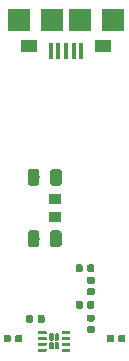
<source format=gtp>
G04 #@! TF.GenerationSoftware,KiCad,Pcbnew,(5.1.0)-1*
G04 #@! TF.CreationDate,2019-03-22T19:36:58+11:00*
G04 #@! TF.ProjectId,TRF37A75_Dev_Rev_0,54524633-3741-4373-955f-4465765f5265,rev?*
G04 #@! TF.SameCoordinates,Original*
G04 #@! TF.FileFunction,Paste,Top*
G04 #@! TF.FilePolarity,Positive*
%FSLAX46Y46*%
G04 Gerber Fmt 4.6, Leading zero omitted, Abs format (unit mm)*
G04 Created by KiCad (PCBNEW (5.1.0)-1) date 2019-03-22 19:36:58*
%MOMM*%
%LPD*%
G04 APERTURE LIST*
%ADD10C,0.100000*%
%ADD11C,0.975000*%
%ADD12C,0.590000*%
%ADD13R,1.000000X0.850000*%
%ADD14R,1.900000X1.900000*%
%ADD15R,1.350000X1.000000*%
%ADD16R,0.400000X1.350000*%
%ADD17C,0.360000*%
%ADD18C,0.250000*%
G04 APERTURE END LIST*
D10*
G36*
X119405142Y-74101174D02*
G01*
X119428803Y-74104684D01*
X119452007Y-74110496D01*
X119474529Y-74118554D01*
X119496153Y-74128782D01*
X119516670Y-74141079D01*
X119535883Y-74155329D01*
X119553607Y-74171393D01*
X119569671Y-74189117D01*
X119583921Y-74208330D01*
X119596218Y-74228847D01*
X119606446Y-74250471D01*
X119614504Y-74272993D01*
X119620316Y-74296197D01*
X119623826Y-74319858D01*
X119625000Y-74343750D01*
X119625000Y-75256250D01*
X119623826Y-75280142D01*
X119620316Y-75303803D01*
X119614504Y-75327007D01*
X119606446Y-75349529D01*
X119596218Y-75371153D01*
X119583921Y-75391670D01*
X119569671Y-75410883D01*
X119553607Y-75428607D01*
X119535883Y-75444671D01*
X119516670Y-75458921D01*
X119496153Y-75471218D01*
X119474529Y-75481446D01*
X119452007Y-75489504D01*
X119428803Y-75495316D01*
X119405142Y-75498826D01*
X119381250Y-75500000D01*
X118893750Y-75500000D01*
X118869858Y-75498826D01*
X118846197Y-75495316D01*
X118822993Y-75489504D01*
X118800471Y-75481446D01*
X118778847Y-75471218D01*
X118758330Y-75458921D01*
X118739117Y-75444671D01*
X118721393Y-75428607D01*
X118705329Y-75410883D01*
X118691079Y-75391670D01*
X118678782Y-75371153D01*
X118668554Y-75349529D01*
X118660496Y-75327007D01*
X118654684Y-75303803D01*
X118651174Y-75280142D01*
X118650000Y-75256250D01*
X118650000Y-74343750D01*
X118651174Y-74319858D01*
X118654684Y-74296197D01*
X118660496Y-74272993D01*
X118668554Y-74250471D01*
X118678782Y-74228847D01*
X118691079Y-74208330D01*
X118705329Y-74189117D01*
X118721393Y-74171393D01*
X118739117Y-74155329D01*
X118758330Y-74141079D01*
X118778847Y-74128782D01*
X118800471Y-74118554D01*
X118822993Y-74110496D01*
X118846197Y-74104684D01*
X118869858Y-74101174D01*
X118893750Y-74100000D01*
X119381250Y-74100000D01*
X119405142Y-74101174D01*
X119405142Y-74101174D01*
G37*
D11*
X119137500Y-74800000D03*
D10*
G36*
X117530142Y-74101174D02*
G01*
X117553803Y-74104684D01*
X117577007Y-74110496D01*
X117599529Y-74118554D01*
X117621153Y-74128782D01*
X117641670Y-74141079D01*
X117660883Y-74155329D01*
X117678607Y-74171393D01*
X117694671Y-74189117D01*
X117708921Y-74208330D01*
X117721218Y-74228847D01*
X117731446Y-74250471D01*
X117739504Y-74272993D01*
X117745316Y-74296197D01*
X117748826Y-74319858D01*
X117750000Y-74343750D01*
X117750000Y-75256250D01*
X117748826Y-75280142D01*
X117745316Y-75303803D01*
X117739504Y-75327007D01*
X117731446Y-75349529D01*
X117721218Y-75371153D01*
X117708921Y-75391670D01*
X117694671Y-75410883D01*
X117678607Y-75428607D01*
X117660883Y-75444671D01*
X117641670Y-75458921D01*
X117621153Y-75471218D01*
X117599529Y-75481446D01*
X117577007Y-75489504D01*
X117553803Y-75495316D01*
X117530142Y-75498826D01*
X117506250Y-75500000D01*
X117018750Y-75500000D01*
X116994858Y-75498826D01*
X116971197Y-75495316D01*
X116947993Y-75489504D01*
X116925471Y-75481446D01*
X116903847Y-75471218D01*
X116883330Y-75458921D01*
X116864117Y-75444671D01*
X116846393Y-75428607D01*
X116830329Y-75410883D01*
X116816079Y-75391670D01*
X116803782Y-75371153D01*
X116793554Y-75349529D01*
X116785496Y-75327007D01*
X116779684Y-75303803D01*
X116776174Y-75280142D01*
X116775000Y-75256250D01*
X116775000Y-74343750D01*
X116776174Y-74319858D01*
X116779684Y-74296197D01*
X116785496Y-74272993D01*
X116793554Y-74250471D01*
X116803782Y-74228847D01*
X116816079Y-74208330D01*
X116830329Y-74189117D01*
X116846393Y-74171393D01*
X116864117Y-74155329D01*
X116883330Y-74141079D01*
X116903847Y-74128782D01*
X116925471Y-74118554D01*
X116947993Y-74110496D01*
X116971197Y-74104684D01*
X116994858Y-74101174D01*
X117018750Y-74100000D01*
X117506250Y-74100000D01*
X117530142Y-74101174D01*
X117530142Y-74101174D01*
G37*
D11*
X117262500Y-74800000D03*
D10*
G36*
X115176958Y-88130710D02*
G01*
X115191276Y-88132834D01*
X115205317Y-88136351D01*
X115218946Y-88141228D01*
X115232031Y-88147417D01*
X115244447Y-88154858D01*
X115256073Y-88163481D01*
X115266798Y-88173202D01*
X115276519Y-88183927D01*
X115285142Y-88195553D01*
X115292583Y-88207969D01*
X115298772Y-88221054D01*
X115303649Y-88234683D01*
X115307166Y-88248724D01*
X115309290Y-88263042D01*
X115310000Y-88277500D01*
X115310000Y-88622500D01*
X115309290Y-88636958D01*
X115307166Y-88651276D01*
X115303649Y-88665317D01*
X115298772Y-88678946D01*
X115292583Y-88692031D01*
X115285142Y-88704447D01*
X115276519Y-88716073D01*
X115266798Y-88726798D01*
X115256073Y-88736519D01*
X115244447Y-88745142D01*
X115232031Y-88752583D01*
X115218946Y-88758772D01*
X115205317Y-88763649D01*
X115191276Y-88767166D01*
X115176958Y-88769290D01*
X115162500Y-88770000D01*
X114867500Y-88770000D01*
X114853042Y-88769290D01*
X114838724Y-88767166D01*
X114824683Y-88763649D01*
X114811054Y-88758772D01*
X114797969Y-88752583D01*
X114785553Y-88745142D01*
X114773927Y-88736519D01*
X114763202Y-88726798D01*
X114753481Y-88716073D01*
X114744858Y-88704447D01*
X114737417Y-88692031D01*
X114731228Y-88678946D01*
X114726351Y-88665317D01*
X114722834Y-88651276D01*
X114720710Y-88636958D01*
X114720000Y-88622500D01*
X114720000Y-88277500D01*
X114720710Y-88263042D01*
X114722834Y-88248724D01*
X114726351Y-88234683D01*
X114731228Y-88221054D01*
X114737417Y-88207969D01*
X114744858Y-88195553D01*
X114753481Y-88183927D01*
X114763202Y-88173202D01*
X114773927Y-88163481D01*
X114785553Y-88154858D01*
X114797969Y-88147417D01*
X114811054Y-88141228D01*
X114824683Y-88136351D01*
X114838724Y-88132834D01*
X114853042Y-88130710D01*
X114867500Y-88130000D01*
X115162500Y-88130000D01*
X115176958Y-88130710D01*
X115176958Y-88130710D01*
G37*
D12*
X115015000Y-88450000D03*
D10*
G36*
X116146958Y-88130710D02*
G01*
X116161276Y-88132834D01*
X116175317Y-88136351D01*
X116188946Y-88141228D01*
X116202031Y-88147417D01*
X116214447Y-88154858D01*
X116226073Y-88163481D01*
X116236798Y-88173202D01*
X116246519Y-88183927D01*
X116255142Y-88195553D01*
X116262583Y-88207969D01*
X116268772Y-88221054D01*
X116273649Y-88234683D01*
X116277166Y-88248724D01*
X116279290Y-88263042D01*
X116280000Y-88277500D01*
X116280000Y-88622500D01*
X116279290Y-88636958D01*
X116277166Y-88651276D01*
X116273649Y-88665317D01*
X116268772Y-88678946D01*
X116262583Y-88692031D01*
X116255142Y-88704447D01*
X116246519Y-88716073D01*
X116236798Y-88726798D01*
X116226073Y-88736519D01*
X116214447Y-88745142D01*
X116202031Y-88752583D01*
X116188946Y-88758772D01*
X116175317Y-88763649D01*
X116161276Y-88767166D01*
X116146958Y-88769290D01*
X116132500Y-88770000D01*
X115837500Y-88770000D01*
X115823042Y-88769290D01*
X115808724Y-88767166D01*
X115794683Y-88763649D01*
X115781054Y-88758772D01*
X115767969Y-88752583D01*
X115755553Y-88745142D01*
X115743927Y-88736519D01*
X115733202Y-88726798D01*
X115723481Y-88716073D01*
X115714858Y-88704447D01*
X115707417Y-88692031D01*
X115701228Y-88678946D01*
X115696351Y-88665317D01*
X115692834Y-88651276D01*
X115690710Y-88636958D01*
X115690000Y-88622500D01*
X115690000Y-88277500D01*
X115690710Y-88263042D01*
X115692834Y-88248724D01*
X115696351Y-88234683D01*
X115701228Y-88221054D01*
X115707417Y-88207969D01*
X115714858Y-88195553D01*
X115723481Y-88183927D01*
X115733202Y-88173202D01*
X115743927Y-88163481D01*
X115755553Y-88154858D01*
X115767969Y-88147417D01*
X115781054Y-88141228D01*
X115794683Y-88136351D01*
X115808724Y-88132834D01*
X115823042Y-88130710D01*
X115837500Y-88130000D01*
X116132500Y-88130000D01*
X116146958Y-88130710D01*
X116146958Y-88130710D01*
G37*
D12*
X115985000Y-88450000D03*
D10*
G36*
X118046958Y-86480710D02*
G01*
X118061276Y-86482834D01*
X118075317Y-86486351D01*
X118088946Y-86491228D01*
X118102031Y-86497417D01*
X118114447Y-86504858D01*
X118126073Y-86513481D01*
X118136798Y-86523202D01*
X118146519Y-86533927D01*
X118155142Y-86545553D01*
X118162583Y-86557969D01*
X118168772Y-86571054D01*
X118173649Y-86584683D01*
X118177166Y-86598724D01*
X118179290Y-86613042D01*
X118180000Y-86627500D01*
X118180000Y-86972500D01*
X118179290Y-86986958D01*
X118177166Y-87001276D01*
X118173649Y-87015317D01*
X118168772Y-87028946D01*
X118162583Y-87042031D01*
X118155142Y-87054447D01*
X118146519Y-87066073D01*
X118136798Y-87076798D01*
X118126073Y-87086519D01*
X118114447Y-87095142D01*
X118102031Y-87102583D01*
X118088946Y-87108772D01*
X118075317Y-87113649D01*
X118061276Y-87117166D01*
X118046958Y-87119290D01*
X118032500Y-87120000D01*
X117737500Y-87120000D01*
X117723042Y-87119290D01*
X117708724Y-87117166D01*
X117694683Y-87113649D01*
X117681054Y-87108772D01*
X117667969Y-87102583D01*
X117655553Y-87095142D01*
X117643927Y-87086519D01*
X117633202Y-87076798D01*
X117623481Y-87066073D01*
X117614858Y-87054447D01*
X117607417Y-87042031D01*
X117601228Y-87028946D01*
X117596351Y-87015317D01*
X117592834Y-87001276D01*
X117590710Y-86986958D01*
X117590000Y-86972500D01*
X117590000Y-86627500D01*
X117590710Y-86613042D01*
X117592834Y-86598724D01*
X117596351Y-86584683D01*
X117601228Y-86571054D01*
X117607417Y-86557969D01*
X117614858Y-86545553D01*
X117623481Y-86533927D01*
X117633202Y-86523202D01*
X117643927Y-86513481D01*
X117655553Y-86504858D01*
X117667969Y-86497417D01*
X117681054Y-86491228D01*
X117694683Y-86486351D01*
X117708724Y-86482834D01*
X117723042Y-86480710D01*
X117737500Y-86480000D01*
X118032500Y-86480000D01*
X118046958Y-86480710D01*
X118046958Y-86480710D01*
G37*
D12*
X117885000Y-86800000D03*
D10*
G36*
X117076958Y-86480710D02*
G01*
X117091276Y-86482834D01*
X117105317Y-86486351D01*
X117118946Y-86491228D01*
X117132031Y-86497417D01*
X117144447Y-86504858D01*
X117156073Y-86513481D01*
X117166798Y-86523202D01*
X117176519Y-86533927D01*
X117185142Y-86545553D01*
X117192583Y-86557969D01*
X117198772Y-86571054D01*
X117203649Y-86584683D01*
X117207166Y-86598724D01*
X117209290Y-86613042D01*
X117210000Y-86627500D01*
X117210000Y-86972500D01*
X117209290Y-86986958D01*
X117207166Y-87001276D01*
X117203649Y-87015317D01*
X117198772Y-87028946D01*
X117192583Y-87042031D01*
X117185142Y-87054447D01*
X117176519Y-87066073D01*
X117166798Y-87076798D01*
X117156073Y-87086519D01*
X117144447Y-87095142D01*
X117132031Y-87102583D01*
X117118946Y-87108772D01*
X117105317Y-87113649D01*
X117091276Y-87117166D01*
X117076958Y-87119290D01*
X117062500Y-87120000D01*
X116767500Y-87120000D01*
X116753042Y-87119290D01*
X116738724Y-87117166D01*
X116724683Y-87113649D01*
X116711054Y-87108772D01*
X116697969Y-87102583D01*
X116685553Y-87095142D01*
X116673927Y-87086519D01*
X116663202Y-87076798D01*
X116653481Y-87066073D01*
X116644858Y-87054447D01*
X116637417Y-87042031D01*
X116631228Y-87028946D01*
X116626351Y-87015317D01*
X116622834Y-87001276D01*
X116620710Y-86986958D01*
X116620000Y-86972500D01*
X116620000Y-86627500D01*
X116620710Y-86613042D01*
X116622834Y-86598724D01*
X116626351Y-86584683D01*
X116631228Y-86571054D01*
X116637417Y-86557969D01*
X116644858Y-86545553D01*
X116653481Y-86533927D01*
X116663202Y-86523202D01*
X116673927Y-86513481D01*
X116685553Y-86504858D01*
X116697969Y-86497417D01*
X116711054Y-86491228D01*
X116724683Y-86486351D01*
X116738724Y-86482834D01*
X116753042Y-86480710D01*
X116767500Y-86480000D01*
X117062500Y-86480000D01*
X117076958Y-86480710D01*
X117076958Y-86480710D01*
G37*
D12*
X116915000Y-86800000D03*
D10*
G36*
X117530142Y-79301174D02*
G01*
X117553803Y-79304684D01*
X117577007Y-79310496D01*
X117599529Y-79318554D01*
X117621153Y-79328782D01*
X117641670Y-79341079D01*
X117660883Y-79355329D01*
X117678607Y-79371393D01*
X117694671Y-79389117D01*
X117708921Y-79408330D01*
X117721218Y-79428847D01*
X117731446Y-79450471D01*
X117739504Y-79472993D01*
X117745316Y-79496197D01*
X117748826Y-79519858D01*
X117750000Y-79543750D01*
X117750000Y-80456250D01*
X117748826Y-80480142D01*
X117745316Y-80503803D01*
X117739504Y-80527007D01*
X117731446Y-80549529D01*
X117721218Y-80571153D01*
X117708921Y-80591670D01*
X117694671Y-80610883D01*
X117678607Y-80628607D01*
X117660883Y-80644671D01*
X117641670Y-80658921D01*
X117621153Y-80671218D01*
X117599529Y-80681446D01*
X117577007Y-80689504D01*
X117553803Y-80695316D01*
X117530142Y-80698826D01*
X117506250Y-80700000D01*
X117018750Y-80700000D01*
X116994858Y-80698826D01*
X116971197Y-80695316D01*
X116947993Y-80689504D01*
X116925471Y-80681446D01*
X116903847Y-80671218D01*
X116883330Y-80658921D01*
X116864117Y-80644671D01*
X116846393Y-80628607D01*
X116830329Y-80610883D01*
X116816079Y-80591670D01*
X116803782Y-80571153D01*
X116793554Y-80549529D01*
X116785496Y-80527007D01*
X116779684Y-80503803D01*
X116776174Y-80480142D01*
X116775000Y-80456250D01*
X116775000Y-79543750D01*
X116776174Y-79519858D01*
X116779684Y-79496197D01*
X116785496Y-79472993D01*
X116793554Y-79450471D01*
X116803782Y-79428847D01*
X116816079Y-79408330D01*
X116830329Y-79389117D01*
X116846393Y-79371393D01*
X116864117Y-79355329D01*
X116883330Y-79341079D01*
X116903847Y-79328782D01*
X116925471Y-79318554D01*
X116947993Y-79310496D01*
X116971197Y-79304684D01*
X116994858Y-79301174D01*
X117018750Y-79300000D01*
X117506250Y-79300000D01*
X117530142Y-79301174D01*
X117530142Y-79301174D01*
G37*
D11*
X117262500Y-80000000D03*
D10*
G36*
X119405142Y-79301174D02*
G01*
X119428803Y-79304684D01*
X119452007Y-79310496D01*
X119474529Y-79318554D01*
X119496153Y-79328782D01*
X119516670Y-79341079D01*
X119535883Y-79355329D01*
X119553607Y-79371393D01*
X119569671Y-79389117D01*
X119583921Y-79408330D01*
X119596218Y-79428847D01*
X119606446Y-79450471D01*
X119614504Y-79472993D01*
X119620316Y-79496197D01*
X119623826Y-79519858D01*
X119625000Y-79543750D01*
X119625000Y-80456250D01*
X119623826Y-80480142D01*
X119620316Y-80503803D01*
X119614504Y-80527007D01*
X119606446Y-80549529D01*
X119596218Y-80571153D01*
X119583921Y-80591670D01*
X119569671Y-80610883D01*
X119553607Y-80628607D01*
X119535883Y-80644671D01*
X119516670Y-80658921D01*
X119496153Y-80671218D01*
X119474529Y-80681446D01*
X119452007Y-80689504D01*
X119428803Y-80695316D01*
X119405142Y-80698826D01*
X119381250Y-80700000D01*
X118893750Y-80700000D01*
X118869858Y-80698826D01*
X118846197Y-80695316D01*
X118822993Y-80689504D01*
X118800471Y-80681446D01*
X118778847Y-80671218D01*
X118758330Y-80658921D01*
X118739117Y-80644671D01*
X118721393Y-80628607D01*
X118705329Y-80610883D01*
X118691079Y-80591670D01*
X118678782Y-80571153D01*
X118668554Y-80549529D01*
X118660496Y-80527007D01*
X118654684Y-80503803D01*
X118651174Y-80480142D01*
X118650000Y-80456250D01*
X118650000Y-79543750D01*
X118651174Y-79519858D01*
X118654684Y-79496197D01*
X118660496Y-79472993D01*
X118668554Y-79450471D01*
X118678782Y-79428847D01*
X118691079Y-79408330D01*
X118705329Y-79389117D01*
X118721393Y-79371393D01*
X118739117Y-79355329D01*
X118758330Y-79341079D01*
X118778847Y-79328782D01*
X118800471Y-79318554D01*
X118822993Y-79310496D01*
X118846197Y-79304684D01*
X118869858Y-79301174D01*
X118893750Y-79300000D01*
X119381250Y-79300000D01*
X119405142Y-79301174D01*
X119405142Y-79301174D01*
G37*
D11*
X119137500Y-80000000D03*
D10*
G36*
X122246958Y-82180710D02*
G01*
X122261276Y-82182834D01*
X122275317Y-82186351D01*
X122288946Y-82191228D01*
X122302031Y-82197417D01*
X122314447Y-82204858D01*
X122326073Y-82213481D01*
X122336798Y-82223202D01*
X122346519Y-82233927D01*
X122355142Y-82245553D01*
X122362583Y-82257969D01*
X122368772Y-82271054D01*
X122373649Y-82284683D01*
X122377166Y-82298724D01*
X122379290Y-82313042D01*
X122380000Y-82327500D01*
X122380000Y-82672500D01*
X122379290Y-82686958D01*
X122377166Y-82701276D01*
X122373649Y-82715317D01*
X122368772Y-82728946D01*
X122362583Y-82742031D01*
X122355142Y-82754447D01*
X122346519Y-82766073D01*
X122336798Y-82776798D01*
X122326073Y-82786519D01*
X122314447Y-82795142D01*
X122302031Y-82802583D01*
X122288946Y-82808772D01*
X122275317Y-82813649D01*
X122261276Y-82817166D01*
X122246958Y-82819290D01*
X122232500Y-82820000D01*
X121937500Y-82820000D01*
X121923042Y-82819290D01*
X121908724Y-82817166D01*
X121894683Y-82813649D01*
X121881054Y-82808772D01*
X121867969Y-82802583D01*
X121855553Y-82795142D01*
X121843927Y-82786519D01*
X121833202Y-82776798D01*
X121823481Y-82766073D01*
X121814858Y-82754447D01*
X121807417Y-82742031D01*
X121801228Y-82728946D01*
X121796351Y-82715317D01*
X121792834Y-82701276D01*
X121790710Y-82686958D01*
X121790000Y-82672500D01*
X121790000Y-82327500D01*
X121790710Y-82313042D01*
X121792834Y-82298724D01*
X121796351Y-82284683D01*
X121801228Y-82271054D01*
X121807417Y-82257969D01*
X121814858Y-82245553D01*
X121823481Y-82233927D01*
X121833202Y-82223202D01*
X121843927Y-82213481D01*
X121855553Y-82204858D01*
X121867969Y-82197417D01*
X121881054Y-82191228D01*
X121894683Y-82186351D01*
X121908724Y-82182834D01*
X121923042Y-82180710D01*
X121937500Y-82180000D01*
X122232500Y-82180000D01*
X122246958Y-82180710D01*
X122246958Y-82180710D01*
G37*
D12*
X122085000Y-82500000D03*
D10*
G36*
X121276958Y-82180710D02*
G01*
X121291276Y-82182834D01*
X121305317Y-82186351D01*
X121318946Y-82191228D01*
X121332031Y-82197417D01*
X121344447Y-82204858D01*
X121356073Y-82213481D01*
X121366798Y-82223202D01*
X121376519Y-82233927D01*
X121385142Y-82245553D01*
X121392583Y-82257969D01*
X121398772Y-82271054D01*
X121403649Y-82284683D01*
X121407166Y-82298724D01*
X121409290Y-82313042D01*
X121410000Y-82327500D01*
X121410000Y-82672500D01*
X121409290Y-82686958D01*
X121407166Y-82701276D01*
X121403649Y-82715317D01*
X121398772Y-82728946D01*
X121392583Y-82742031D01*
X121385142Y-82754447D01*
X121376519Y-82766073D01*
X121366798Y-82776798D01*
X121356073Y-82786519D01*
X121344447Y-82795142D01*
X121332031Y-82802583D01*
X121318946Y-82808772D01*
X121305317Y-82813649D01*
X121291276Y-82817166D01*
X121276958Y-82819290D01*
X121262500Y-82820000D01*
X120967500Y-82820000D01*
X120953042Y-82819290D01*
X120938724Y-82817166D01*
X120924683Y-82813649D01*
X120911054Y-82808772D01*
X120897969Y-82802583D01*
X120885553Y-82795142D01*
X120873927Y-82786519D01*
X120863202Y-82776798D01*
X120853481Y-82766073D01*
X120844858Y-82754447D01*
X120837417Y-82742031D01*
X120831228Y-82728946D01*
X120826351Y-82715317D01*
X120822834Y-82701276D01*
X120820710Y-82686958D01*
X120820000Y-82672500D01*
X120820000Y-82327500D01*
X120820710Y-82313042D01*
X120822834Y-82298724D01*
X120826351Y-82284683D01*
X120831228Y-82271054D01*
X120837417Y-82257969D01*
X120844858Y-82245553D01*
X120853481Y-82233927D01*
X120863202Y-82223202D01*
X120873927Y-82213481D01*
X120885553Y-82204858D01*
X120897969Y-82197417D01*
X120911054Y-82191228D01*
X120924683Y-82186351D01*
X120938724Y-82182834D01*
X120953042Y-82180710D01*
X120967500Y-82180000D01*
X121262500Y-82180000D01*
X121276958Y-82180710D01*
X121276958Y-82180710D01*
G37*
D12*
X121115000Y-82500000D03*
D10*
G36*
X122246958Y-85280710D02*
G01*
X122261276Y-85282834D01*
X122275317Y-85286351D01*
X122288946Y-85291228D01*
X122302031Y-85297417D01*
X122314447Y-85304858D01*
X122326073Y-85313481D01*
X122336798Y-85323202D01*
X122346519Y-85333927D01*
X122355142Y-85345553D01*
X122362583Y-85357969D01*
X122368772Y-85371054D01*
X122373649Y-85384683D01*
X122377166Y-85398724D01*
X122379290Y-85413042D01*
X122380000Y-85427500D01*
X122380000Y-85772500D01*
X122379290Y-85786958D01*
X122377166Y-85801276D01*
X122373649Y-85815317D01*
X122368772Y-85828946D01*
X122362583Y-85842031D01*
X122355142Y-85854447D01*
X122346519Y-85866073D01*
X122336798Y-85876798D01*
X122326073Y-85886519D01*
X122314447Y-85895142D01*
X122302031Y-85902583D01*
X122288946Y-85908772D01*
X122275317Y-85913649D01*
X122261276Y-85917166D01*
X122246958Y-85919290D01*
X122232500Y-85920000D01*
X121937500Y-85920000D01*
X121923042Y-85919290D01*
X121908724Y-85917166D01*
X121894683Y-85913649D01*
X121881054Y-85908772D01*
X121867969Y-85902583D01*
X121855553Y-85895142D01*
X121843927Y-85886519D01*
X121833202Y-85876798D01*
X121823481Y-85866073D01*
X121814858Y-85854447D01*
X121807417Y-85842031D01*
X121801228Y-85828946D01*
X121796351Y-85815317D01*
X121792834Y-85801276D01*
X121790710Y-85786958D01*
X121790000Y-85772500D01*
X121790000Y-85427500D01*
X121790710Y-85413042D01*
X121792834Y-85398724D01*
X121796351Y-85384683D01*
X121801228Y-85371054D01*
X121807417Y-85357969D01*
X121814858Y-85345553D01*
X121823481Y-85333927D01*
X121833202Y-85323202D01*
X121843927Y-85313481D01*
X121855553Y-85304858D01*
X121867969Y-85297417D01*
X121881054Y-85291228D01*
X121894683Y-85286351D01*
X121908724Y-85282834D01*
X121923042Y-85280710D01*
X121937500Y-85280000D01*
X122232500Y-85280000D01*
X122246958Y-85280710D01*
X122246958Y-85280710D01*
G37*
D12*
X122085000Y-85600000D03*
D10*
G36*
X121276958Y-85280710D02*
G01*
X121291276Y-85282834D01*
X121305317Y-85286351D01*
X121318946Y-85291228D01*
X121332031Y-85297417D01*
X121344447Y-85304858D01*
X121356073Y-85313481D01*
X121366798Y-85323202D01*
X121376519Y-85333927D01*
X121385142Y-85345553D01*
X121392583Y-85357969D01*
X121398772Y-85371054D01*
X121403649Y-85384683D01*
X121407166Y-85398724D01*
X121409290Y-85413042D01*
X121410000Y-85427500D01*
X121410000Y-85772500D01*
X121409290Y-85786958D01*
X121407166Y-85801276D01*
X121403649Y-85815317D01*
X121398772Y-85828946D01*
X121392583Y-85842031D01*
X121385142Y-85854447D01*
X121376519Y-85866073D01*
X121366798Y-85876798D01*
X121356073Y-85886519D01*
X121344447Y-85895142D01*
X121332031Y-85902583D01*
X121318946Y-85908772D01*
X121305317Y-85913649D01*
X121291276Y-85917166D01*
X121276958Y-85919290D01*
X121262500Y-85920000D01*
X120967500Y-85920000D01*
X120953042Y-85919290D01*
X120938724Y-85917166D01*
X120924683Y-85913649D01*
X120911054Y-85908772D01*
X120897969Y-85902583D01*
X120885553Y-85895142D01*
X120873927Y-85886519D01*
X120863202Y-85876798D01*
X120853481Y-85866073D01*
X120844858Y-85854447D01*
X120837417Y-85842031D01*
X120831228Y-85828946D01*
X120826351Y-85815317D01*
X120822834Y-85801276D01*
X120820710Y-85786958D01*
X120820000Y-85772500D01*
X120820000Y-85427500D01*
X120820710Y-85413042D01*
X120822834Y-85398724D01*
X120826351Y-85384683D01*
X120831228Y-85371054D01*
X120837417Y-85357969D01*
X120844858Y-85345553D01*
X120853481Y-85333927D01*
X120863202Y-85323202D01*
X120873927Y-85313481D01*
X120885553Y-85304858D01*
X120897969Y-85297417D01*
X120911054Y-85291228D01*
X120924683Y-85286351D01*
X120938724Y-85282834D01*
X120953042Y-85280710D01*
X120967500Y-85280000D01*
X121262500Y-85280000D01*
X121276958Y-85280710D01*
X121276958Y-85280710D01*
G37*
D12*
X121115000Y-85600000D03*
D10*
G36*
X124886958Y-88120710D02*
G01*
X124901276Y-88122834D01*
X124915317Y-88126351D01*
X124928946Y-88131228D01*
X124942031Y-88137417D01*
X124954447Y-88144858D01*
X124966073Y-88153481D01*
X124976798Y-88163202D01*
X124986519Y-88173927D01*
X124995142Y-88185553D01*
X125002583Y-88197969D01*
X125008772Y-88211054D01*
X125013649Y-88224683D01*
X125017166Y-88238724D01*
X125019290Y-88253042D01*
X125020000Y-88267500D01*
X125020000Y-88612500D01*
X125019290Y-88626958D01*
X125017166Y-88641276D01*
X125013649Y-88655317D01*
X125008772Y-88668946D01*
X125002583Y-88682031D01*
X124995142Y-88694447D01*
X124986519Y-88706073D01*
X124976798Y-88716798D01*
X124966073Y-88726519D01*
X124954447Y-88735142D01*
X124942031Y-88742583D01*
X124928946Y-88748772D01*
X124915317Y-88753649D01*
X124901276Y-88757166D01*
X124886958Y-88759290D01*
X124872500Y-88760000D01*
X124577500Y-88760000D01*
X124563042Y-88759290D01*
X124548724Y-88757166D01*
X124534683Y-88753649D01*
X124521054Y-88748772D01*
X124507969Y-88742583D01*
X124495553Y-88735142D01*
X124483927Y-88726519D01*
X124473202Y-88716798D01*
X124463481Y-88706073D01*
X124454858Y-88694447D01*
X124447417Y-88682031D01*
X124441228Y-88668946D01*
X124436351Y-88655317D01*
X124432834Y-88641276D01*
X124430710Y-88626958D01*
X124430000Y-88612500D01*
X124430000Y-88267500D01*
X124430710Y-88253042D01*
X124432834Y-88238724D01*
X124436351Y-88224683D01*
X124441228Y-88211054D01*
X124447417Y-88197969D01*
X124454858Y-88185553D01*
X124463481Y-88173927D01*
X124473202Y-88163202D01*
X124483927Y-88153481D01*
X124495553Y-88144858D01*
X124507969Y-88137417D01*
X124521054Y-88131228D01*
X124534683Y-88126351D01*
X124548724Y-88122834D01*
X124563042Y-88120710D01*
X124577500Y-88120000D01*
X124872500Y-88120000D01*
X124886958Y-88120710D01*
X124886958Y-88120710D01*
G37*
D12*
X124725000Y-88440000D03*
D10*
G36*
X123916958Y-88120710D02*
G01*
X123931276Y-88122834D01*
X123945317Y-88126351D01*
X123958946Y-88131228D01*
X123972031Y-88137417D01*
X123984447Y-88144858D01*
X123996073Y-88153481D01*
X124006798Y-88163202D01*
X124016519Y-88173927D01*
X124025142Y-88185553D01*
X124032583Y-88197969D01*
X124038772Y-88211054D01*
X124043649Y-88224683D01*
X124047166Y-88238724D01*
X124049290Y-88253042D01*
X124050000Y-88267500D01*
X124050000Y-88612500D01*
X124049290Y-88626958D01*
X124047166Y-88641276D01*
X124043649Y-88655317D01*
X124038772Y-88668946D01*
X124032583Y-88682031D01*
X124025142Y-88694447D01*
X124016519Y-88706073D01*
X124006798Y-88716798D01*
X123996073Y-88726519D01*
X123984447Y-88735142D01*
X123972031Y-88742583D01*
X123958946Y-88748772D01*
X123945317Y-88753649D01*
X123931276Y-88757166D01*
X123916958Y-88759290D01*
X123902500Y-88760000D01*
X123607500Y-88760000D01*
X123593042Y-88759290D01*
X123578724Y-88757166D01*
X123564683Y-88753649D01*
X123551054Y-88748772D01*
X123537969Y-88742583D01*
X123525553Y-88735142D01*
X123513927Y-88726519D01*
X123503202Y-88716798D01*
X123493481Y-88706073D01*
X123484858Y-88694447D01*
X123477417Y-88682031D01*
X123471228Y-88668946D01*
X123466351Y-88655317D01*
X123462834Y-88641276D01*
X123460710Y-88626958D01*
X123460000Y-88612500D01*
X123460000Y-88267500D01*
X123460710Y-88253042D01*
X123462834Y-88238724D01*
X123466351Y-88224683D01*
X123471228Y-88211054D01*
X123477417Y-88197969D01*
X123484858Y-88185553D01*
X123493481Y-88173927D01*
X123503202Y-88163202D01*
X123513927Y-88153481D01*
X123525553Y-88144858D01*
X123537969Y-88137417D01*
X123551054Y-88131228D01*
X123564683Y-88126351D01*
X123578724Y-88122834D01*
X123593042Y-88120710D01*
X123607500Y-88120000D01*
X123902500Y-88120000D01*
X123916958Y-88120710D01*
X123916958Y-88120710D01*
G37*
D12*
X123755000Y-88440000D03*
D13*
X119100000Y-78200000D03*
X119100000Y-76600000D03*
D14*
X118850000Y-61450000D03*
X121150000Y-61450000D03*
X123950000Y-61450000D03*
X116050000Y-61450000D03*
D15*
X116900000Y-63700000D03*
X123100000Y-63700000D03*
D16*
X120000000Y-64125000D03*
X118700000Y-64125000D03*
X119350000Y-64125000D03*
X121300000Y-64125000D03*
X120650000Y-64125000D03*
D10*
G36*
X122286958Y-86420710D02*
G01*
X122301276Y-86422834D01*
X122315317Y-86426351D01*
X122328946Y-86431228D01*
X122342031Y-86437417D01*
X122354447Y-86444858D01*
X122366073Y-86453481D01*
X122376798Y-86463202D01*
X122386519Y-86473927D01*
X122395142Y-86485553D01*
X122402583Y-86497969D01*
X122408772Y-86511054D01*
X122413649Y-86524683D01*
X122417166Y-86538724D01*
X122419290Y-86553042D01*
X122420000Y-86567500D01*
X122420000Y-86862500D01*
X122419290Y-86876958D01*
X122417166Y-86891276D01*
X122413649Y-86905317D01*
X122408772Y-86918946D01*
X122402583Y-86932031D01*
X122395142Y-86944447D01*
X122386519Y-86956073D01*
X122376798Y-86966798D01*
X122366073Y-86976519D01*
X122354447Y-86985142D01*
X122342031Y-86992583D01*
X122328946Y-86998772D01*
X122315317Y-87003649D01*
X122301276Y-87007166D01*
X122286958Y-87009290D01*
X122272500Y-87010000D01*
X121927500Y-87010000D01*
X121913042Y-87009290D01*
X121898724Y-87007166D01*
X121884683Y-87003649D01*
X121871054Y-86998772D01*
X121857969Y-86992583D01*
X121845553Y-86985142D01*
X121833927Y-86976519D01*
X121823202Y-86966798D01*
X121813481Y-86956073D01*
X121804858Y-86944447D01*
X121797417Y-86932031D01*
X121791228Y-86918946D01*
X121786351Y-86905317D01*
X121782834Y-86891276D01*
X121780710Y-86876958D01*
X121780000Y-86862500D01*
X121780000Y-86567500D01*
X121780710Y-86553042D01*
X121782834Y-86538724D01*
X121786351Y-86524683D01*
X121791228Y-86511054D01*
X121797417Y-86497969D01*
X121804858Y-86485553D01*
X121813481Y-86473927D01*
X121823202Y-86463202D01*
X121833927Y-86453481D01*
X121845553Y-86444858D01*
X121857969Y-86437417D01*
X121871054Y-86431228D01*
X121884683Y-86426351D01*
X121898724Y-86422834D01*
X121913042Y-86420710D01*
X121927500Y-86420000D01*
X122272500Y-86420000D01*
X122286958Y-86420710D01*
X122286958Y-86420710D01*
G37*
D12*
X122100000Y-86715000D03*
D10*
G36*
X122286958Y-87390710D02*
G01*
X122301276Y-87392834D01*
X122315317Y-87396351D01*
X122328946Y-87401228D01*
X122342031Y-87407417D01*
X122354447Y-87414858D01*
X122366073Y-87423481D01*
X122376798Y-87433202D01*
X122386519Y-87443927D01*
X122395142Y-87455553D01*
X122402583Y-87467969D01*
X122408772Y-87481054D01*
X122413649Y-87494683D01*
X122417166Y-87508724D01*
X122419290Y-87523042D01*
X122420000Y-87537500D01*
X122420000Y-87832500D01*
X122419290Y-87846958D01*
X122417166Y-87861276D01*
X122413649Y-87875317D01*
X122408772Y-87888946D01*
X122402583Y-87902031D01*
X122395142Y-87914447D01*
X122386519Y-87926073D01*
X122376798Y-87936798D01*
X122366073Y-87946519D01*
X122354447Y-87955142D01*
X122342031Y-87962583D01*
X122328946Y-87968772D01*
X122315317Y-87973649D01*
X122301276Y-87977166D01*
X122286958Y-87979290D01*
X122272500Y-87980000D01*
X121927500Y-87980000D01*
X121913042Y-87979290D01*
X121898724Y-87977166D01*
X121884683Y-87973649D01*
X121871054Y-87968772D01*
X121857969Y-87962583D01*
X121845553Y-87955142D01*
X121833927Y-87946519D01*
X121823202Y-87936798D01*
X121813481Y-87926073D01*
X121804858Y-87914447D01*
X121797417Y-87902031D01*
X121791228Y-87888946D01*
X121786351Y-87875317D01*
X121782834Y-87861276D01*
X121780710Y-87846958D01*
X121780000Y-87832500D01*
X121780000Y-87537500D01*
X121780710Y-87523042D01*
X121782834Y-87508724D01*
X121786351Y-87494683D01*
X121791228Y-87481054D01*
X121797417Y-87467969D01*
X121804858Y-87455553D01*
X121813481Y-87443927D01*
X121823202Y-87433202D01*
X121833927Y-87423481D01*
X121845553Y-87414858D01*
X121857969Y-87407417D01*
X121871054Y-87401228D01*
X121884683Y-87396351D01*
X121898724Y-87392834D01*
X121913042Y-87390710D01*
X121927500Y-87390000D01*
X122272500Y-87390000D01*
X122286958Y-87390710D01*
X122286958Y-87390710D01*
G37*
D12*
X122100000Y-87685000D03*
D10*
G36*
X122286958Y-83220710D02*
G01*
X122301276Y-83222834D01*
X122315317Y-83226351D01*
X122328946Y-83231228D01*
X122342031Y-83237417D01*
X122354447Y-83244858D01*
X122366073Y-83253481D01*
X122376798Y-83263202D01*
X122386519Y-83273927D01*
X122395142Y-83285553D01*
X122402583Y-83297969D01*
X122408772Y-83311054D01*
X122413649Y-83324683D01*
X122417166Y-83338724D01*
X122419290Y-83353042D01*
X122420000Y-83367500D01*
X122420000Y-83662500D01*
X122419290Y-83676958D01*
X122417166Y-83691276D01*
X122413649Y-83705317D01*
X122408772Y-83718946D01*
X122402583Y-83732031D01*
X122395142Y-83744447D01*
X122386519Y-83756073D01*
X122376798Y-83766798D01*
X122366073Y-83776519D01*
X122354447Y-83785142D01*
X122342031Y-83792583D01*
X122328946Y-83798772D01*
X122315317Y-83803649D01*
X122301276Y-83807166D01*
X122286958Y-83809290D01*
X122272500Y-83810000D01*
X121927500Y-83810000D01*
X121913042Y-83809290D01*
X121898724Y-83807166D01*
X121884683Y-83803649D01*
X121871054Y-83798772D01*
X121857969Y-83792583D01*
X121845553Y-83785142D01*
X121833927Y-83776519D01*
X121823202Y-83766798D01*
X121813481Y-83756073D01*
X121804858Y-83744447D01*
X121797417Y-83732031D01*
X121791228Y-83718946D01*
X121786351Y-83705317D01*
X121782834Y-83691276D01*
X121780710Y-83676958D01*
X121780000Y-83662500D01*
X121780000Y-83367500D01*
X121780710Y-83353042D01*
X121782834Y-83338724D01*
X121786351Y-83324683D01*
X121791228Y-83311054D01*
X121797417Y-83297969D01*
X121804858Y-83285553D01*
X121813481Y-83273927D01*
X121823202Y-83263202D01*
X121833927Y-83253481D01*
X121845553Y-83244858D01*
X121857969Y-83237417D01*
X121871054Y-83231228D01*
X121884683Y-83226351D01*
X121898724Y-83222834D01*
X121913042Y-83220710D01*
X121927500Y-83220000D01*
X122272500Y-83220000D01*
X122286958Y-83220710D01*
X122286958Y-83220710D01*
G37*
D12*
X122100000Y-83515000D03*
D10*
G36*
X122286958Y-84190710D02*
G01*
X122301276Y-84192834D01*
X122315317Y-84196351D01*
X122328946Y-84201228D01*
X122342031Y-84207417D01*
X122354447Y-84214858D01*
X122366073Y-84223481D01*
X122376798Y-84233202D01*
X122386519Y-84243927D01*
X122395142Y-84255553D01*
X122402583Y-84267969D01*
X122408772Y-84281054D01*
X122413649Y-84294683D01*
X122417166Y-84308724D01*
X122419290Y-84323042D01*
X122420000Y-84337500D01*
X122420000Y-84632500D01*
X122419290Y-84646958D01*
X122417166Y-84661276D01*
X122413649Y-84675317D01*
X122408772Y-84688946D01*
X122402583Y-84702031D01*
X122395142Y-84714447D01*
X122386519Y-84726073D01*
X122376798Y-84736798D01*
X122366073Y-84746519D01*
X122354447Y-84755142D01*
X122342031Y-84762583D01*
X122328946Y-84768772D01*
X122315317Y-84773649D01*
X122301276Y-84777166D01*
X122286958Y-84779290D01*
X122272500Y-84780000D01*
X121927500Y-84780000D01*
X121913042Y-84779290D01*
X121898724Y-84777166D01*
X121884683Y-84773649D01*
X121871054Y-84768772D01*
X121857969Y-84762583D01*
X121845553Y-84755142D01*
X121833927Y-84746519D01*
X121823202Y-84736798D01*
X121813481Y-84726073D01*
X121804858Y-84714447D01*
X121797417Y-84702031D01*
X121791228Y-84688946D01*
X121786351Y-84675317D01*
X121782834Y-84661276D01*
X121780710Y-84646958D01*
X121780000Y-84632500D01*
X121780000Y-84337500D01*
X121780710Y-84323042D01*
X121782834Y-84308724D01*
X121786351Y-84294683D01*
X121791228Y-84281054D01*
X121797417Y-84267969D01*
X121804858Y-84255553D01*
X121813481Y-84243927D01*
X121823202Y-84233202D01*
X121833927Y-84223481D01*
X121845553Y-84214858D01*
X121857969Y-84207417D01*
X121871054Y-84201228D01*
X121884683Y-84196351D01*
X121898724Y-84192834D01*
X121913042Y-84190710D01*
X121927500Y-84190000D01*
X122272500Y-84190000D01*
X122286958Y-84190710D01*
X122286958Y-84190710D01*
G37*
D12*
X122100000Y-84485000D03*
D10*
G36*
X118873822Y-88025433D02*
G01*
X118882558Y-88026729D01*
X118891126Y-88028875D01*
X118899442Y-88031851D01*
X118907426Y-88035627D01*
X118915001Y-88040168D01*
X118922095Y-88045429D01*
X118928640Y-88051360D01*
X118934571Y-88057905D01*
X118939832Y-88064999D01*
X118944373Y-88072574D01*
X118948149Y-88080558D01*
X118951125Y-88088874D01*
X118953271Y-88097442D01*
X118954567Y-88106178D01*
X118955000Y-88115000D01*
X118955000Y-88535000D01*
X118954567Y-88543822D01*
X118953271Y-88552558D01*
X118951125Y-88561126D01*
X118948149Y-88569442D01*
X118944373Y-88577426D01*
X118939832Y-88585001D01*
X118934571Y-88592095D01*
X118928640Y-88598640D01*
X118922095Y-88604571D01*
X118915001Y-88609832D01*
X118907426Y-88614373D01*
X118899442Y-88618149D01*
X118891126Y-88621125D01*
X118882558Y-88623271D01*
X118873822Y-88624567D01*
X118865000Y-88625000D01*
X118685000Y-88625000D01*
X118676178Y-88624567D01*
X118667442Y-88623271D01*
X118658874Y-88621125D01*
X118650558Y-88618149D01*
X118642574Y-88614373D01*
X118634999Y-88609832D01*
X118627905Y-88604571D01*
X118621360Y-88598640D01*
X118615429Y-88592095D01*
X118610168Y-88585001D01*
X118605627Y-88577426D01*
X118601851Y-88569442D01*
X118598875Y-88561126D01*
X118596729Y-88552558D01*
X118595433Y-88543822D01*
X118595000Y-88535000D01*
X118595000Y-88115000D01*
X118595433Y-88106178D01*
X118596729Y-88097442D01*
X118598875Y-88088874D01*
X118601851Y-88080558D01*
X118605627Y-88072574D01*
X118610168Y-88064999D01*
X118615429Y-88057905D01*
X118621360Y-88051360D01*
X118627905Y-88045429D01*
X118634999Y-88040168D01*
X118642574Y-88035627D01*
X118650558Y-88031851D01*
X118658874Y-88028875D01*
X118667442Y-88026729D01*
X118676178Y-88025433D01*
X118685000Y-88025000D01*
X118865000Y-88025000D01*
X118873822Y-88025433D01*
X118873822Y-88025433D01*
G37*
D17*
X118775000Y-88325000D03*
D10*
G36*
X118873822Y-88775433D02*
G01*
X118882558Y-88776729D01*
X118891126Y-88778875D01*
X118899442Y-88781851D01*
X118907426Y-88785627D01*
X118915001Y-88790168D01*
X118922095Y-88795429D01*
X118928640Y-88801360D01*
X118934571Y-88807905D01*
X118939832Y-88814999D01*
X118944373Y-88822574D01*
X118948149Y-88830558D01*
X118951125Y-88838874D01*
X118953271Y-88847442D01*
X118954567Y-88856178D01*
X118955000Y-88865000D01*
X118955000Y-89285000D01*
X118954567Y-89293822D01*
X118953271Y-89302558D01*
X118951125Y-89311126D01*
X118948149Y-89319442D01*
X118944373Y-89327426D01*
X118939832Y-89335001D01*
X118934571Y-89342095D01*
X118928640Y-89348640D01*
X118922095Y-89354571D01*
X118915001Y-89359832D01*
X118907426Y-89364373D01*
X118899442Y-89368149D01*
X118891126Y-89371125D01*
X118882558Y-89373271D01*
X118873822Y-89374567D01*
X118865000Y-89375000D01*
X118685000Y-89375000D01*
X118676178Y-89374567D01*
X118667442Y-89373271D01*
X118658874Y-89371125D01*
X118650558Y-89368149D01*
X118642574Y-89364373D01*
X118634999Y-89359832D01*
X118627905Y-89354571D01*
X118621360Y-89348640D01*
X118615429Y-89342095D01*
X118610168Y-89335001D01*
X118605627Y-89327426D01*
X118601851Y-89319442D01*
X118598875Y-89311126D01*
X118596729Y-89302558D01*
X118595433Y-89293822D01*
X118595000Y-89285000D01*
X118595000Y-88865000D01*
X118595433Y-88856178D01*
X118596729Y-88847442D01*
X118598875Y-88838874D01*
X118601851Y-88830558D01*
X118605627Y-88822574D01*
X118610168Y-88814999D01*
X118615429Y-88807905D01*
X118621360Y-88801360D01*
X118627905Y-88795429D01*
X118634999Y-88790168D01*
X118642574Y-88785627D01*
X118650558Y-88781851D01*
X118658874Y-88778875D01*
X118667442Y-88776729D01*
X118676178Y-88775433D01*
X118685000Y-88775000D01*
X118865000Y-88775000D01*
X118873822Y-88775433D01*
X118873822Y-88775433D01*
G37*
D17*
X118775000Y-89075000D03*
D10*
G36*
X119323822Y-88025433D02*
G01*
X119332558Y-88026729D01*
X119341126Y-88028875D01*
X119349442Y-88031851D01*
X119357426Y-88035627D01*
X119365001Y-88040168D01*
X119372095Y-88045429D01*
X119378640Y-88051360D01*
X119384571Y-88057905D01*
X119389832Y-88064999D01*
X119394373Y-88072574D01*
X119398149Y-88080558D01*
X119401125Y-88088874D01*
X119403271Y-88097442D01*
X119404567Y-88106178D01*
X119405000Y-88115000D01*
X119405000Y-88535000D01*
X119404567Y-88543822D01*
X119403271Y-88552558D01*
X119401125Y-88561126D01*
X119398149Y-88569442D01*
X119394373Y-88577426D01*
X119389832Y-88585001D01*
X119384571Y-88592095D01*
X119378640Y-88598640D01*
X119372095Y-88604571D01*
X119365001Y-88609832D01*
X119357426Y-88614373D01*
X119349442Y-88618149D01*
X119341126Y-88621125D01*
X119332558Y-88623271D01*
X119323822Y-88624567D01*
X119315000Y-88625000D01*
X119135000Y-88625000D01*
X119126178Y-88624567D01*
X119117442Y-88623271D01*
X119108874Y-88621125D01*
X119100558Y-88618149D01*
X119092574Y-88614373D01*
X119084999Y-88609832D01*
X119077905Y-88604571D01*
X119071360Y-88598640D01*
X119065429Y-88592095D01*
X119060168Y-88585001D01*
X119055627Y-88577426D01*
X119051851Y-88569442D01*
X119048875Y-88561126D01*
X119046729Y-88552558D01*
X119045433Y-88543822D01*
X119045000Y-88535000D01*
X119045000Y-88115000D01*
X119045433Y-88106178D01*
X119046729Y-88097442D01*
X119048875Y-88088874D01*
X119051851Y-88080558D01*
X119055627Y-88072574D01*
X119060168Y-88064999D01*
X119065429Y-88057905D01*
X119071360Y-88051360D01*
X119077905Y-88045429D01*
X119084999Y-88040168D01*
X119092574Y-88035627D01*
X119100558Y-88031851D01*
X119108874Y-88028875D01*
X119117442Y-88026729D01*
X119126178Y-88025433D01*
X119135000Y-88025000D01*
X119315000Y-88025000D01*
X119323822Y-88025433D01*
X119323822Y-88025433D01*
G37*
D17*
X119225000Y-88325000D03*
D10*
G36*
X119323822Y-88775433D02*
G01*
X119332558Y-88776729D01*
X119341126Y-88778875D01*
X119349442Y-88781851D01*
X119357426Y-88785627D01*
X119365001Y-88790168D01*
X119372095Y-88795429D01*
X119378640Y-88801360D01*
X119384571Y-88807905D01*
X119389832Y-88814999D01*
X119394373Y-88822574D01*
X119398149Y-88830558D01*
X119401125Y-88838874D01*
X119403271Y-88847442D01*
X119404567Y-88856178D01*
X119405000Y-88865000D01*
X119405000Y-89285000D01*
X119404567Y-89293822D01*
X119403271Y-89302558D01*
X119401125Y-89311126D01*
X119398149Y-89319442D01*
X119394373Y-89327426D01*
X119389832Y-89335001D01*
X119384571Y-89342095D01*
X119378640Y-89348640D01*
X119372095Y-89354571D01*
X119365001Y-89359832D01*
X119357426Y-89364373D01*
X119349442Y-89368149D01*
X119341126Y-89371125D01*
X119332558Y-89373271D01*
X119323822Y-89374567D01*
X119315000Y-89375000D01*
X119135000Y-89375000D01*
X119126178Y-89374567D01*
X119117442Y-89373271D01*
X119108874Y-89371125D01*
X119100558Y-89368149D01*
X119092574Y-89364373D01*
X119084999Y-89359832D01*
X119077905Y-89354571D01*
X119071360Y-89348640D01*
X119065429Y-89342095D01*
X119060168Y-89335001D01*
X119055627Y-89327426D01*
X119051851Y-89319442D01*
X119048875Y-89311126D01*
X119046729Y-89302558D01*
X119045433Y-89293822D01*
X119045000Y-89285000D01*
X119045000Y-88865000D01*
X119045433Y-88856178D01*
X119046729Y-88847442D01*
X119048875Y-88838874D01*
X119051851Y-88830558D01*
X119055627Y-88822574D01*
X119060168Y-88814999D01*
X119065429Y-88807905D01*
X119071360Y-88801360D01*
X119077905Y-88795429D01*
X119084999Y-88790168D01*
X119092574Y-88785627D01*
X119100558Y-88781851D01*
X119108874Y-88778875D01*
X119117442Y-88776729D01*
X119126178Y-88775433D01*
X119135000Y-88775000D01*
X119315000Y-88775000D01*
X119323822Y-88775433D01*
X119323822Y-88775433D01*
G37*
D17*
X119225000Y-89075000D03*
D10*
G36*
X118293626Y-87825301D02*
G01*
X118299693Y-87826201D01*
X118305643Y-87827691D01*
X118311418Y-87829758D01*
X118316962Y-87832380D01*
X118322223Y-87835533D01*
X118327150Y-87839187D01*
X118331694Y-87843306D01*
X118335813Y-87847850D01*
X118339467Y-87852777D01*
X118342620Y-87858038D01*
X118345242Y-87863582D01*
X118347309Y-87869357D01*
X118348799Y-87875307D01*
X118349699Y-87881374D01*
X118350000Y-87887500D01*
X118350000Y-88012500D01*
X118349699Y-88018626D01*
X118348799Y-88024693D01*
X118347309Y-88030643D01*
X118345242Y-88036418D01*
X118342620Y-88041962D01*
X118339467Y-88047223D01*
X118335813Y-88052150D01*
X118331694Y-88056694D01*
X118327150Y-88060813D01*
X118322223Y-88064467D01*
X118316962Y-88067620D01*
X118311418Y-88070242D01*
X118305643Y-88072309D01*
X118299693Y-88073799D01*
X118293626Y-88074699D01*
X118287500Y-88075000D01*
X117712500Y-88075000D01*
X117706374Y-88074699D01*
X117700307Y-88073799D01*
X117694357Y-88072309D01*
X117688582Y-88070242D01*
X117683038Y-88067620D01*
X117677777Y-88064467D01*
X117672850Y-88060813D01*
X117668306Y-88056694D01*
X117664187Y-88052150D01*
X117660533Y-88047223D01*
X117657380Y-88041962D01*
X117654758Y-88036418D01*
X117652691Y-88030643D01*
X117651201Y-88024693D01*
X117650301Y-88018626D01*
X117650000Y-88012500D01*
X117650000Y-87887500D01*
X117650301Y-87881374D01*
X117651201Y-87875307D01*
X117652691Y-87869357D01*
X117654758Y-87863582D01*
X117657380Y-87858038D01*
X117660533Y-87852777D01*
X117664187Y-87847850D01*
X117668306Y-87843306D01*
X117672850Y-87839187D01*
X117677777Y-87835533D01*
X117683038Y-87832380D01*
X117688582Y-87829758D01*
X117694357Y-87827691D01*
X117700307Y-87826201D01*
X117706374Y-87825301D01*
X117712500Y-87825000D01*
X118287500Y-87825000D01*
X118293626Y-87825301D01*
X118293626Y-87825301D01*
G37*
D18*
X118000000Y-87950000D03*
D10*
G36*
X118293626Y-88325301D02*
G01*
X118299693Y-88326201D01*
X118305643Y-88327691D01*
X118311418Y-88329758D01*
X118316962Y-88332380D01*
X118322223Y-88335533D01*
X118327150Y-88339187D01*
X118331694Y-88343306D01*
X118335813Y-88347850D01*
X118339467Y-88352777D01*
X118342620Y-88358038D01*
X118345242Y-88363582D01*
X118347309Y-88369357D01*
X118348799Y-88375307D01*
X118349699Y-88381374D01*
X118350000Y-88387500D01*
X118350000Y-88512500D01*
X118349699Y-88518626D01*
X118348799Y-88524693D01*
X118347309Y-88530643D01*
X118345242Y-88536418D01*
X118342620Y-88541962D01*
X118339467Y-88547223D01*
X118335813Y-88552150D01*
X118331694Y-88556694D01*
X118327150Y-88560813D01*
X118322223Y-88564467D01*
X118316962Y-88567620D01*
X118311418Y-88570242D01*
X118305643Y-88572309D01*
X118299693Y-88573799D01*
X118293626Y-88574699D01*
X118287500Y-88575000D01*
X117712500Y-88575000D01*
X117706374Y-88574699D01*
X117700307Y-88573799D01*
X117694357Y-88572309D01*
X117688582Y-88570242D01*
X117683038Y-88567620D01*
X117677777Y-88564467D01*
X117672850Y-88560813D01*
X117668306Y-88556694D01*
X117664187Y-88552150D01*
X117660533Y-88547223D01*
X117657380Y-88541962D01*
X117654758Y-88536418D01*
X117652691Y-88530643D01*
X117651201Y-88524693D01*
X117650301Y-88518626D01*
X117650000Y-88512500D01*
X117650000Y-88387500D01*
X117650301Y-88381374D01*
X117651201Y-88375307D01*
X117652691Y-88369357D01*
X117654758Y-88363582D01*
X117657380Y-88358038D01*
X117660533Y-88352777D01*
X117664187Y-88347850D01*
X117668306Y-88343306D01*
X117672850Y-88339187D01*
X117677777Y-88335533D01*
X117683038Y-88332380D01*
X117688582Y-88329758D01*
X117694357Y-88327691D01*
X117700307Y-88326201D01*
X117706374Y-88325301D01*
X117712500Y-88325000D01*
X118287500Y-88325000D01*
X118293626Y-88325301D01*
X118293626Y-88325301D01*
G37*
D18*
X118000000Y-88450000D03*
D10*
G36*
X118293626Y-88825301D02*
G01*
X118299693Y-88826201D01*
X118305643Y-88827691D01*
X118311418Y-88829758D01*
X118316962Y-88832380D01*
X118322223Y-88835533D01*
X118327150Y-88839187D01*
X118331694Y-88843306D01*
X118335813Y-88847850D01*
X118339467Y-88852777D01*
X118342620Y-88858038D01*
X118345242Y-88863582D01*
X118347309Y-88869357D01*
X118348799Y-88875307D01*
X118349699Y-88881374D01*
X118350000Y-88887500D01*
X118350000Y-89012500D01*
X118349699Y-89018626D01*
X118348799Y-89024693D01*
X118347309Y-89030643D01*
X118345242Y-89036418D01*
X118342620Y-89041962D01*
X118339467Y-89047223D01*
X118335813Y-89052150D01*
X118331694Y-89056694D01*
X118327150Y-89060813D01*
X118322223Y-89064467D01*
X118316962Y-89067620D01*
X118311418Y-89070242D01*
X118305643Y-89072309D01*
X118299693Y-89073799D01*
X118293626Y-89074699D01*
X118287500Y-89075000D01*
X117712500Y-89075000D01*
X117706374Y-89074699D01*
X117700307Y-89073799D01*
X117694357Y-89072309D01*
X117688582Y-89070242D01*
X117683038Y-89067620D01*
X117677777Y-89064467D01*
X117672850Y-89060813D01*
X117668306Y-89056694D01*
X117664187Y-89052150D01*
X117660533Y-89047223D01*
X117657380Y-89041962D01*
X117654758Y-89036418D01*
X117652691Y-89030643D01*
X117651201Y-89024693D01*
X117650301Y-89018626D01*
X117650000Y-89012500D01*
X117650000Y-88887500D01*
X117650301Y-88881374D01*
X117651201Y-88875307D01*
X117652691Y-88869357D01*
X117654758Y-88863582D01*
X117657380Y-88858038D01*
X117660533Y-88852777D01*
X117664187Y-88847850D01*
X117668306Y-88843306D01*
X117672850Y-88839187D01*
X117677777Y-88835533D01*
X117683038Y-88832380D01*
X117688582Y-88829758D01*
X117694357Y-88827691D01*
X117700307Y-88826201D01*
X117706374Y-88825301D01*
X117712500Y-88825000D01*
X118287500Y-88825000D01*
X118293626Y-88825301D01*
X118293626Y-88825301D01*
G37*
D18*
X118000000Y-88950000D03*
D10*
G36*
X118293626Y-89325301D02*
G01*
X118299693Y-89326201D01*
X118305643Y-89327691D01*
X118311418Y-89329758D01*
X118316962Y-89332380D01*
X118322223Y-89335533D01*
X118327150Y-89339187D01*
X118331694Y-89343306D01*
X118335813Y-89347850D01*
X118339467Y-89352777D01*
X118342620Y-89358038D01*
X118345242Y-89363582D01*
X118347309Y-89369357D01*
X118348799Y-89375307D01*
X118349699Y-89381374D01*
X118350000Y-89387500D01*
X118350000Y-89512500D01*
X118349699Y-89518626D01*
X118348799Y-89524693D01*
X118347309Y-89530643D01*
X118345242Y-89536418D01*
X118342620Y-89541962D01*
X118339467Y-89547223D01*
X118335813Y-89552150D01*
X118331694Y-89556694D01*
X118327150Y-89560813D01*
X118322223Y-89564467D01*
X118316962Y-89567620D01*
X118311418Y-89570242D01*
X118305643Y-89572309D01*
X118299693Y-89573799D01*
X118293626Y-89574699D01*
X118287500Y-89575000D01*
X117712500Y-89575000D01*
X117706374Y-89574699D01*
X117700307Y-89573799D01*
X117694357Y-89572309D01*
X117688582Y-89570242D01*
X117683038Y-89567620D01*
X117677777Y-89564467D01*
X117672850Y-89560813D01*
X117668306Y-89556694D01*
X117664187Y-89552150D01*
X117660533Y-89547223D01*
X117657380Y-89541962D01*
X117654758Y-89536418D01*
X117652691Y-89530643D01*
X117651201Y-89524693D01*
X117650301Y-89518626D01*
X117650000Y-89512500D01*
X117650000Y-89387500D01*
X117650301Y-89381374D01*
X117651201Y-89375307D01*
X117652691Y-89369357D01*
X117654758Y-89363582D01*
X117657380Y-89358038D01*
X117660533Y-89352777D01*
X117664187Y-89347850D01*
X117668306Y-89343306D01*
X117672850Y-89339187D01*
X117677777Y-89335533D01*
X117683038Y-89332380D01*
X117688582Y-89329758D01*
X117694357Y-89327691D01*
X117700307Y-89326201D01*
X117706374Y-89325301D01*
X117712500Y-89325000D01*
X118287500Y-89325000D01*
X118293626Y-89325301D01*
X118293626Y-89325301D01*
G37*
D18*
X118000000Y-89450000D03*
D10*
G36*
X120293626Y-89325301D02*
G01*
X120299693Y-89326201D01*
X120305643Y-89327691D01*
X120311418Y-89329758D01*
X120316962Y-89332380D01*
X120322223Y-89335533D01*
X120327150Y-89339187D01*
X120331694Y-89343306D01*
X120335813Y-89347850D01*
X120339467Y-89352777D01*
X120342620Y-89358038D01*
X120345242Y-89363582D01*
X120347309Y-89369357D01*
X120348799Y-89375307D01*
X120349699Y-89381374D01*
X120350000Y-89387500D01*
X120350000Y-89512500D01*
X120349699Y-89518626D01*
X120348799Y-89524693D01*
X120347309Y-89530643D01*
X120345242Y-89536418D01*
X120342620Y-89541962D01*
X120339467Y-89547223D01*
X120335813Y-89552150D01*
X120331694Y-89556694D01*
X120327150Y-89560813D01*
X120322223Y-89564467D01*
X120316962Y-89567620D01*
X120311418Y-89570242D01*
X120305643Y-89572309D01*
X120299693Y-89573799D01*
X120293626Y-89574699D01*
X120287500Y-89575000D01*
X119712500Y-89575000D01*
X119706374Y-89574699D01*
X119700307Y-89573799D01*
X119694357Y-89572309D01*
X119688582Y-89570242D01*
X119683038Y-89567620D01*
X119677777Y-89564467D01*
X119672850Y-89560813D01*
X119668306Y-89556694D01*
X119664187Y-89552150D01*
X119660533Y-89547223D01*
X119657380Y-89541962D01*
X119654758Y-89536418D01*
X119652691Y-89530643D01*
X119651201Y-89524693D01*
X119650301Y-89518626D01*
X119650000Y-89512500D01*
X119650000Y-89387500D01*
X119650301Y-89381374D01*
X119651201Y-89375307D01*
X119652691Y-89369357D01*
X119654758Y-89363582D01*
X119657380Y-89358038D01*
X119660533Y-89352777D01*
X119664187Y-89347850D01*
X119668306Y-89343306D01*
X119672850Y-89339187D01*
X119677777Y-89335533D01*
X119683038Y-89332380D01*
X119688582Y-89329758D01*
X119694357Y-89327691D01*
X119700307Y-89326201D01*
X119706374Y-89325301D01*
X119712500Y-89325000D01*
X120287500Y-89325000D01*
X120293626Y-89325301D01*
X120293626Y-89325301D01*
G37*
D18*
X120000000Y-89450000D03*
D10*
G36*
X120293626Y-88825301D02*
G01*
X120299693Y-88826201D01*
X120305643Y-88827691D01*
X120311418Y-88829758D01*
X120316962Y-88832380D01*
X120322223Y-88835533D01*
X120327150Y-88839187D01*
X120331694Y-88843306D01*
X120335813Y-88847850D01*
X120339467Y-88852777D01*
X120342620Y-88858038D01*
X120345242Y-88863582D01*
X120347309Y-88869357D01*
X120348799Y-88875307D01*
X120349699Y-88881374D01*
X120350000Y-88887500D01*
X120350000Y-89012500D01*
X120349699Y-89018626D01*
X120348799Y-89024693D01*
X120347309Y-89030643D01*
X120345242Y-89036418D01*
X120342620Y-89041962D01*
X120339467Y-89047223D01*
X120335813Y-89052150D01*
X120331694Y-89056694D01*
X120327150Y-89060813D01*
X120322223Y-89064467D01*
X120316962Y-89067620D01*
X120311418Y-89070242D01*
X120305643Y-89072309D01*
X120299693Y-89073799D01*
X120293626Y-89074699D01*
X120287500Y-89075000D01*
X119712500Y-89075000D01*
X119706374Y-89074699D01*
X119700307Y-89073799D01*
X119694357Y-89072309D01*
X119688582Y-89070242D01*
X119683038Y-89067620D01*
X119677777Y-89064467D01*
X119672850Y-89060813D01*
X119668306Y-89056694D01*
X119664187Y-89052150D01*
X119660533Y-89047223D01*
X119657380Y-89041962D01*
X119654758Y-89036418D01*
X119652691Y-89030643D01*
X119651201Y-89024693D01*
X119650301Y-89018626D01*
X119650000Y-89012500D01*
X119650000Y-88887500D01*
X119650301Y-88881374D01*
X119651201Y-88875307D01*
X119652691Y-88869357D01*
X119654758Y-88863582D01*
X119657380Y-88858038D01*
X119660533Y-88852777D01*
X119664187Y-88847850D01*
X119668306Y-88843306D01*
X119672850Y-88839187D01*
X119677777Y-88835533D01*
X119683038Y-88832380D01*
X119688582Y-88829758D01*
X119694357Y-88827691D01*
X119700307Y-88826201D01*
X119706374Y-88825301D01*
X119712500Y-88825000D01*
X120287500Y-88825000D01*
X120293626Y-88825301D01*
X120293626Y-88825301D01*
G37*
D18*
X120000000Y-88950000D03*
D10*
G36*
X120293626Y-88325301D02*
G01*
X120299693Y-88326201D01*
X120305643Y-88327691D01*
X120311418Y-88329758D01*
X120316962Y-88332380D01*
X120322223Y-88335533D01*
X120327150Y-88339187D01*
X120331694Y-88343306D01*
X120335813Y-88347850D01*
X120339467Y-88352777D01*
X120342620Y-88358038D01*
X120345242Y-88363582D01*
X120347309Y-88369357D01*
X120348799Y-88375307D01*
X120349699Y-88381374D01*
X120350000Y-88387500D01*
X120350000Y-88512500D01*
X120349699Y-88518626D01*
X120348799Y-88524693D01*
X120347309Y-88530643D01*
X120345242Y-88536418D01*
X120342620Y-88541962D01*
X120339467Y-88547223D01*
X120335813Y-88552150D01*
X120331694Y-88556694D01*
X120327150Y-88560813D01*
X120322223Y-88564467D01*
X120316962Y-88567620D01*
X120311418Y-88570242D01*
X120305643Y-88572309D01*
X120299693Y-88573799D01*
X120293626Y-88574699D01*
X120287500Y-88575000D01*
X119712500Y-88575000D01*
X119706374Y-88574699D01*
X119700307Y-88573799D01*
X119694357Y-88572309D01*
X119688582Y-88570242D01*
X119683038Y-88567620D01*
X119677777Y-88564467D01*
X119672850Y-88560813D01*
X119668306Y-88556694D01*
X119664187Y-88552150D01*
X119660533Y-88547223D01*
X119657380Y-88541962D01*
X119654758Y-88536418D01*
X119652691Y-88530643D01*
X119651201Y-88524693D01*
X119650301Y-88518626D01*
X119650000Y-88512500D01*
X119650000Y-88387500D01*
X119650301Y-88381374D01*
X119651201Y-88375307D01*
X119652691Y-88369357D01*
X119654758Y-88363582D01*
X119657380Y-88358038D01*
X119660533Y-88352777D01*
X119664187Y-88347850D01*
X119668306Y-88343306D01*
X119672850Y-88339187D01*
X119677777Y-88335533D01*
X119683038Y-88332380D01*
X119688582Y-88329758D01*
X119694357Y-88327691D01*
X119700307Y-88326201D01*
X119706374Y-88325301D01*
X119712500Y-88325000D01*
X120287500Y-88325000D01*
X120293626Y-88325301D01*
X120293626Y-88325301D01*
G37*
D18*
X120000000Y-88450000D03*
D10*
G36*
X120293626Y-87825301D02*
G01*
X120299693Y-87826201D01*
X120305643Y-87827691D01*
X120311418Y-87829758D01*
X120316962Y-87832380D01*
X120322223Y-87835533D01*
X120327150Y-87839187D01*
X120331694Y-87843306D01*
X120335813Y-87847850D01*
X120339467Y-87852777D01*
X120342620Y-87858038D01*
X120345242Y-87863582D01*
X120347309Y-87869357D01*
X120348799Y-87875307D01*
X120349699Y-87881374D01*
X120350000Y-87887500D01*
X120350000Y-88012500D01*
X120349699Y-88018626D01*
X120348799Y-88024693D01*
X120347309Y-88030643D01*
X120345242Y-88036418D01*
X120342620Y-88041962D01*
X120339467Y-88047223D01*
X120335813Y-88052150D01*
X120331694Y-88056694D01*
X120327150Y-88060813D01*
X120322223Y-88064467D01*
X120316962Y-88067620D01*
X120311418Y-88070242D01*
X120305643Y-88072309D01*
X120299693Y-88073799D01*
X120293626Y-88074699D01*
X120287500Y-88075000D01*
X119712500Y-88075000D01*
X119706374Y-88074699D01*
X119700307Y-88073799D01*
X119694357Y-88072309D01*
X119688582Y-88070242D01*
X119683038Y-88067620D01*
X119677777Y-88064467D01*
X119672850Y-88060813D01*
X119668306Y-88056694D01*
X119664187Y-88052150D01*
X119660533Y-88047223D01*
X119657380Y-88041962D01*
X119654758Y-88036418D01*
X119652691Y-88030643D01*
X119651201Y-88024693D01*
X119650301Y-88018626D01*
X119650000Y-88012500D01*
X119650000Y-87887500D01*
X119650301Y-87881374D01*
X119651201Y-87875307D01*
X119652691Y-87869357D01*
X119654758Y-87863582D01*
X119657380Y-87858038D01*
X119660533Y-87852777D01*
X119664187Y-87847850D01*
X119668306Y-87843306D01*
X119672850Y-87839187D01*
X119677777Y-87835533D01*
X119683038Y-87832380D01*
X119688582Y-87829758D01*
X119694357Y-87827691D01*
X119700307Y-87826201D01*
X119706374Y-87825301D01*
X119712500Y-87825000D01*
X120287500Y-87825000D01*
X120293626Y-87825301D01*
X120293626Y-87825301D01*
G37*
D18*
X120000000Y-87950000D03*
M02*

</source>
